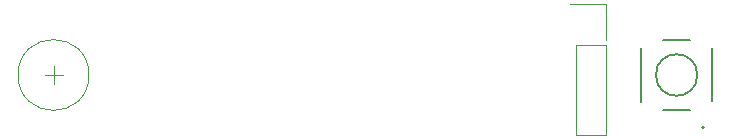
<source format=gbo>
%TF.GenerationSoftware,KiCad,Pcbnew,5.1.9-73d0e3b20d~88~ubuntu20.10.1*%
%TF.CreationDate,2021-04-11T15:21:24-07:00*%
%TF.ProjectId,macropad-v2_0_0,6d616372-6f70-4616-942d-76325f305f30,rev?*%
%TF.SameCoordinates,Original*%
%TF.FileFunction,Legend,Bot*%
%TF.FilePolarity,Positive*%
%FSLAX46Y46*%
G04 Gerber Fmt 4.6, Leading zero omitted, Abs format (unit mm)*
G04 Created by KiCad (PCBNEW 5.1.9-73d0e3b20d~88~ubuntu20.10.1) date 2021-04-11 15:21:24*
%MOMM*%
%LPD*%
G01*
G04 APERTURE LIST*
%ADD10C,0.120000*%
%ADD11C,0.200000*%
%ADD12C,0.127000*%
G04 APERTURE END LIST*
D10*
%TO.C,J1*%
X159000000Y-108000000D02*
X159000000Y-111000000D01*
X159000000Y-108000000D02*
X156000000Y-108000000D01*
X159000000Y-119080000D02*
X156460000Y-119080000D01*
X159000000Y-111460000D02*
X159000000Y-119080000D01*
X156460000Y-111460000D02*
X156460000Y-119080000D01*
X159000000Y-111460000D02*
X156460000Y-111460000D01*
%TO.C,SW7*%
X111488000Y-114000000D02*
X113012000Y-114000000D01*
X112250000Y-114762000D02*
X112250000Y-113238000D01*
X115250000Y-114000000D02*
G75*
G03*
X115250000Y-114000000I-3000000J0D01*
G01*
D11*
%TO.C,SW8*%
X167350000Y-118445000D02*
G75*
G03*
X167350000Y-118445000I-100000J0D01*
G01*
D12*
X166755000Y-114000000D02*
G75*
G03*
X166755000Y-114000000I-1755000J0D01*
G01*
X166150000Y-116995000D02*
X163850000Y-116995000D01*
X162005000Y-111700000D02*
X162005000Y-116300000D01*
X166150000Y-111000000D02*
X163850000Y-111000000D01*
X167995000Y-116200000D02*
X167995000Y-111700000D01*
%TD*%
M02*

</source>
